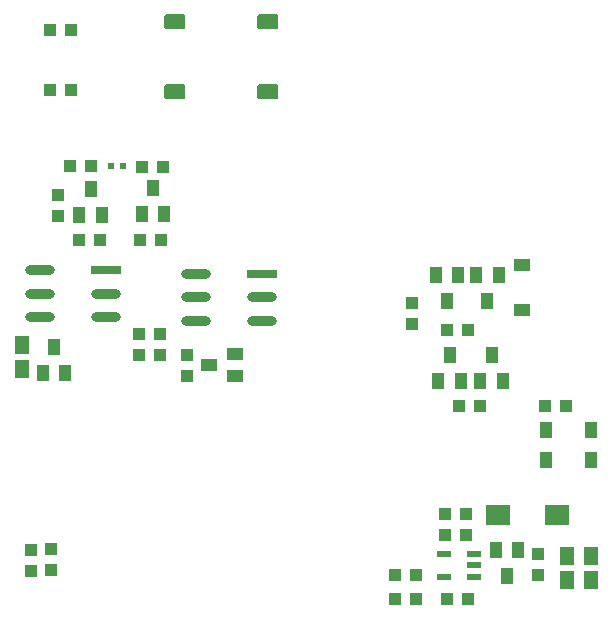
<source format=gbr>
%TF.GenerationSoftware,KiCad,Pcbnew,9.0.0*%
%TF.CreationDate,2025-04-12T10:41:42+08:00*%
%TF.ProjectId,ESP32-EVB_Rev_K1,45535033-322d-4455-9642-5f5265765f4b,K1*%
%TF.SameCoordinates,PXc1d4028PY6c847bc*%
%TF.FileFunction,Paste,Bot*%
%TF.FilePolarity,Positive*%
%FSLAX46Y46*%
G04 Gerber Fmt 4.6, Leading zero omitted, Abs format (unit mm)*
G04 Created by KiCad (PCBNEW 9.0.0) date 2025-04-12 10:41:42*
%MOMM*%
%LPD*%
G01*
G04 APERTURE LIST*
G04 Aperture macros list*
%AMRoundRect*
0 Rectangle with rounded corners*
0 $1 Rounding radius*
0 $2 $3 $4 $5 $6 $7 $8 $9 X,Y pos of 4 corners*
0 Add a 4 corners polygon primitive as box body*
4,1,4,$2,$3,$4,$5,$6,$7,$8,$9,$2,$3,0*
0 Add four circle primitives for the rounded corners*
1,1,$1+$1,$2,$3*
1,1,$1+$1,$4,$5*
1,1,$1+$1,$6,$7*
1,1,$1+$1,$8,$9*
0 Add four rect primitives between the rounded corners*
20,1,$1+$1,$2,$3,$4,$5,0*
20,1,$1+$1,$4,$5,$6,$7,0*
20,1,$1+$1,$6,$7,$8,$9,0*
20,1,$1+$1,$8,$9,$2,$3,0*%
G04 Aperture macros list end*
%ADD10R,2.000000X1.700000*%
%ADD11R,1.000000X1.400000*%
%ADD12R,1.016000X1.016000*%
%ADD13RoundRect,0.127000X0.762000X-0.508000X0.762000X0.508000X-0.762000X0.508000X-0.762000X-0.508000X0*%
%ADD14R,1.270000X1.524000*%
%ADD15R,1.200000X0.550000*%
%ADD16RoundRect,0.127000X-0.762000X0.508000X-0.762000X-0.508000X0.762000X-0.508000X0.762000X0.508000X0*%
%ADD17R,1.400000X1.000000*%
%ADD18R,0.500000X0.550000*%
%ADD19R,2.540000X0.800000*%
%ADD20O,2.540000X0.800000*%
G04 APERTURE END LIST*
D10*
%TO.C,D4*%
X48114157Y24029575D03*
X43114157Y24029575D03*
%TD*%
D11*
%TO.C,FET1*%
X42894448Y21074006D03*
X44796908Y21074006D03*
X43841868Y18864206D03*
%TD*%
D12*
%TO.C,R14*%
X6913949Y65122409D03*
X5135949Y65122409D03*
%TD*%
%TO.C,R35*%
X48849336Y33255813D03*
X47071336Y33255813D03*
%TD*%
D13*
%TO.C,BUT1*%
X23613949Y65793162D03*
X15739949Y65793162D03*
%TD*%
D12*
%TO.C,C23*%
X35840407Y40230254D03*
X35840407Y42008254D03*
%TD*%
D11*
%TO.C,Q5*%
X37820306Y44391220D03*
X39722766Y44391220D03*
X38767726Y42181420D03*
%TD*%
D12*
%TO.C,R45*%
X14579990Y47343104D03*
X12801990Y47343104D03*
%TD*%
D14*
%TO.C,C3*%
X48905172Y20587594D03*
X50937172Y20587594D03*
%TD*%
%TO.C,C4*%
X48905172Y18555594D03*
X50937172Y18555594D03*
%TD*%
D12*
%TO.C,R37*%
X38810266Y39683780D03*
X40588266Y39683780D03*
%TD*%
%TO.C,R44*%
X41588266Y33283780D03*
X39810266Y33283780D03*
%TD*%
%TO.C,C29*%
X12697449Y39392909D03*
X12697449Y37614909D03*
%TD*%
%TO.C,R50*%
X16797449Y35825909D03*
X16797449Y37603909D03*
%TD*%
%TO.C,R51*%
X14497449Y39381909D03*
X14497449Y37603909D03*
%TD*%
D11*
%TO.C,FET3*%
X6439372Y36017130D03*
X4536912Y36017130D03*
X5491952Y38226930D03*
%TD*%
D14*
%TO.C,L5*%
X2798976Y36363788D03*
X2798976Y38395788D03*
%TD*%
D15*
%TO.C,U1*%
X41096913Y20711848D03*
X41096913Y19761848D03*
X41096913Y18811848D03*
X38496913Y18811848D03*
X38496913Y20711848D03*
%TD*%
D12*
%TO.C,R8*%
X40419034Y22297205D03*
X38641034Y22297205D03*
%TD*%
D11*
%TO.C,D7*%
X47182932Y28652528D03*
X50982932Y28652528D03*
%TD*%
D12*
%TO.C,R10*%
X36117158Y16926717D03*
X34339158Y16926717D03*
%TD*%
%TO.C,R9*%
X40579130Y16900338D03*
X38801130Y16900338D03*
%TD*%
%TO.C,C30*%
X36117158Y18943142D03*
X34339158Y18943142D03*
%TD*%
D11*
%TO.C,U9*%
X39949266Y35383780D03*
X38049266Y35383780D03*
X38999266Y37583780D03*
%TD*%
%TO.C,D8*%
X50997759Y31187886D03*
X47197759Y31187886D03*
%TD*%
D12*
%TO.C,R24*%
X5815502Y51090971D03*
X5815502Y49312971D03*
%TD*%
%TO.C,R17*%
X46497325Y18954394D03*
X46497325Y20732394D03*
%TD*%
%TO.C,R7*%
X40419034Y24120883D03*
X38641034Y24120883D03*
%TD*%
%TO.C,C31*%
X6900949Y60001409D03*
X5122949Y60001409D03*
%TD*%
D16*
%TO.C,RST1*%
X15739949Y59843409D03*
X23613949Y59843409D03*
%TD*%
D12*
%TO.C,R46*%
X9388033Y47345996D03*
X7610033Y47345996D03*
%TD*%
%TO.C,R25*%
X3539944Y21048790D03*
X3539944Y19270790D03*
%TD*%
D11*
%TO.C,U10*%
X43494806Y35395080D03*
X41594806Y35395080D03*
X42544806Y37595080D03*
%TD*%
D12*
%TO.C,C11*%
X5257618Y19354989D03*
X5257618Y21132989D03*
%TD*%
D17*
%TO.C,D9*%
X45085606Y41368827D03*
X45085606Y45168827D03*
%TD*%
D11*
%TO.C,Q4*%
X41249306Y44391220D03*
X43151766Y44391220D03*
X42196726Y42181420D03*
%TD*%
%TO.C,D10*%
X9553416Y49472011D03*
X7653416Y49472011D03*
X8603416Y51672011D03*
%TD*%
D12*
%TO.C,R52*%
X8671448Y53578213D03*
X6893448Y53578213D03*
%TD*%
D18*
%TO.C,R58*%
X10339318Y53578213D03*
X11355318Y53578213D03*
%TD*%
D11*
%TO.C,U11*%
X14827643Y49486210D03*
X12927643Y49486210D03*
X13877643Y51686210D03*
%TD*%
D17*
%TO.C,FET4*%
X20804889Y37664869D03*
X20804889Y35762409D03*
X18595089Y36717449D03*
%TD*%
D12*
%TO.C,C32*%
X14756280Y53522079D03*
X12978280Y53522079D03*
%TD*%
D19*
%TO.C,U13*%
X9922435Y44754035D03*
D20*
X4334435Y44754035D03*
X9922435Y42754035D03*
X4334435Y42754035D03*
X9922435Y40754035D03*
X4334435Y40754035D03*
%TD*%
D19*
%TO.C,U12*%
X23120158Y44455114D03*
D20*
X17532158Y44455114D03*
X23120158Y42455114D03*
X17532158Y42455114D03*
X23120158Y40455114D03*
X17532158Y40455114D03*
%TD*%
M02*

</source>
